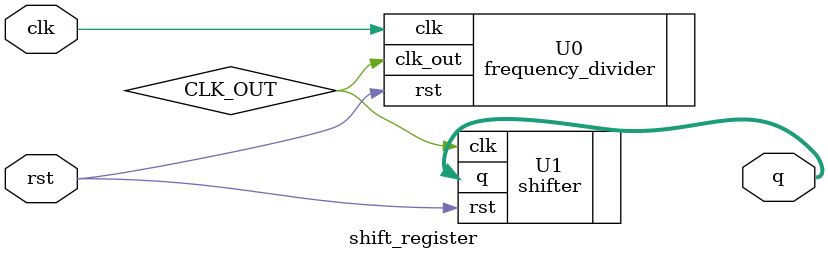
<source format=v>
`timescale 1ns / 1ps

`define BIT_WIDTH 8

module shift_register(
    q,
    clk,
    rst
    );
    
    output [`BIT_WIDTH-1:0]q;
    input clk;
    input rst;
    
    wire [`BIT_WIDTH-1:0]q;
    wire CLK_OUT;
    
    frequency_divider U0(.clk(clk), .rst(rst), .clk_out(CLK_OUT));
    shifter U1(.clk(CLK_OUT), .rst(rst), .q(q));
endmodule

</source>
